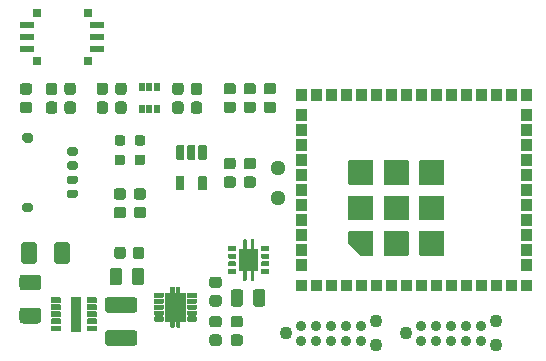
<source format=gts>
%TF.GenerationSoftware,KiCad,Pcbnew,(5.1.6-0-10_14)*%
%TF.CreationDate,2021-08-10T12:06:40-04:00*%
%TF.ProjectId,fanboard,66616e62-6f61-4726-942e-6b696361645f,rev?*%
%TF.SameCoordinates,Original*%
%TF.FileFunction,Soldermask,Top*%
%TF.FilePolarity,Negative*%
%FSLAX46Y46*%
G04 Gerber Fmt 4.6, Leading zero omitted, Abs format (unit mm)*
G04 Created by KiCad (PCBNEW (5.1.6-0-10_14)) date 2021-08-10 12:06:40*
%MOMM*%
%LPD*%
G01*
G04 APERTURE LIST*
%ADD10R,0.500000X0.750000*%
%ADD11C,0.887000*%
%ADD12C,1.091000*%
%ADD13C,0.100000*%
%ADD14R,0.800000X0.800000*%
%ADD15R,1.300000X0.600000*%
%ADD16C,1.293800*%
G04 APERTURE END LIST*
%TO.C,U1*%
G36*
G01*
X145840000Y-119821610D02*
X145840000Y-120653390D01*
G75*
G02*
X145768390Y-120725000I-71610J0D01*
G01*
X145581610Y-120725000D01*
G75*
G02*
X145510000Y-120653390I0J71610D01*
G01*
X145510000Y-119821610D01*
G75*
G02*
X145581610Y-119750000I71610J0D01*
G01*
X145768390Y-119750000D01*
G75*
G02*
X145840000Y-119821610I0J-71610D01*
G01*
G37*
G36*
G01*
X146490000Y-119821610D02*
X146490000Y-120653390D01*
G75*
G02*
X146418390Y-120725000I-71610J0D01*
G01*
X146231610Y-120725000D01*
G75*
G02*
X146160000Y-120653390I0J71610D01*
G01*
X146160000Y-119821610D01*
G75*
G02*
X146231610Y-119750000I71610J0D01*
G01*
X146418390Y-119750000D01*
G75*
G02*
X146490000Y-119821610I0J-71610D01*
G01*
G37*
G36*
G01*
X145840000Y-122346610D02*
X145840000Y-123178390D01*
G75*
G02*
X145768390Y-123250000I-71610J0D01*
G01*
X145581610Y-123250000D01*
G75*
G02*
X145510000Y-123178390I0J71610D01*
G01*
X145510000Y-122346610D01*
G75*
G02*
X145581610Y-122275000I71610J0D01*
G01*
X145768390Y-122275000D01*
G75*
G02*
X145840000Y-122346610I0J-71610D01*
G01*
G37*
G36*
G01*
X146490000Y-122346610D02*
X146490000Y-123178390D01*
G75*
G02*
X146418390Y-123250000I-71610J0D01*
G01*
X146231610Y-123250000D01*
G75*
G02*
X146160000Y-123178390I0J71610D01*
G01*
X146160000Y-122346610D01*
G75*
G02*
X146231610Y-122275000I71610J0D01*
G01*
X146418390Y-122275000D01*
G75*
G02*
X146490000Y-122346610I0J-71610D01*
G01*
G37*
G36*
G01*
X146800000Y-120627800D02*
X146800000Y-122372200D01*
G75*
G02*
X146747200Y-122425000I-52800J0D01*
G01*
X145252800Y-122425000D01*
G75*
G02*
X145200000Y-122372200I0J52800D01*
G01*
X145200000Y-120627800D01*
G75*
G02*
X145252800Y-120575000I52800J0D01*
G01*
X146747200Y-120575000D01*
G75*
G02*
X146800000Y-120627800I0J-52800D01*
G01*
G37*
G36*
G01*
X144316010Y-122270000D02*
X144883990Y-122270000D01*
G75*
G02*
X144950000Y-122336010I0J-66010D01*
G01*
X144950000Y-122613990D01*
G75*
G02*
X144883990Y-122680000I-66010J0D01*
G01*
X144316010Y-122680000D01*
G75*
G02*
X144250000Y-122613990I0J66010D01*
G01*
X144250000Y-122336010D01*
G75*
G02*
X144316010Y-122270000I66010J0D01*
G01*
G37*
G36*
G01*
X144316010Y-121620000D02*
X144883990Y-121620000D01*
G75*
G02*
X144950000Y-121686010I0J-66010D01*
G01*
X144950000Y-121963990D01*
G75*
G02*
X144883990Y-122030000I-66010J0D01*
G01*
X144316010Y-122030000D01*
G75*
G02*
X144250000Y-121963990I0J66010D01*
G01*
X144250000Y-121686010D01*
G75*
G02*
X144316010Y-121620000I66010J0D01*
G01*
G37*
G36*
G01*
X144316010Y-120970000D02*
X144883990Y-120970000D01*
G75*
G02*
X144950000Y-121036010I0J-66010D01*
G01*
X144950000Y-121313990D01*
G75*
G02*
X144883990Y-121380000I-66010J0D01*
G01*
X144316010Y-121380000D01*
G75*
G02*
X144250000Y-121313990I0J66010D01*
G01*
X144250000Y-121036010D01*
G75*
G02*
X144316010Y-120970000I66010J0D01*
G01*
G37*
G36*
G01*
X144316010Y-120320000D02*
X144883990Y-120320000D01*
G75*
G02*
X144950000Y-120386010I0J-66010D01*
G01*
X144950000Y-120663990D01*
G75*
G02*
X144883990Y-120730000I-66010J0D01*
G01*
X144316010Y-120730000D01*
G75*
G02*
X144250000Y-120663990I0J66010D01*
G01*
X144250000Y-120386010D01*
G75*
G02*
X144316010Y-120320000I66010J0D01*
G01*
G37*
G36*
G01*
X147116010Y-120320000D02*
X147683990Y-120320000D01*
G75*
G02*
X147750000Y-120386010I0J-66010D01*
G01*
X147750000Y-120663990D01*
G75*
G02*
X147683990Y-120730000I-66010J0D01*
G01*
X147116010Y-120730000D01*
G75*
G02*
X147050000Y-120663990I0J66010D01*
G01*
X147050000Y-120386010D01*
G75*
G02*
X147116010Y-120320000I66010J0D01*
G01*
G37*
G36*
G01*
X147116010Y-120970000D02*
X147683990Y-120970000D01*
G75*
G02*
X147750000Y-121036010I0J-66010D01*
G01*
X147750000Y-121313990D01*
G75*
G02*
X147683990Y-121380000I-66010J0D01*
G01*
X147116010Y-121380000D01*
G75*
G02*
X147050000Y-121313990I0J66010D01*
G01*
X147050000Y-121036010D01*
G75*
G02*
X147116010Y-120970000I66010J0D01*
G01*
G37*
G36*
G01*
X147116010Y-121620000D02*
X147683990Y-121620000D01*
G75*
G02*
X147750000Y-121686010I0J-66010D01*
G01*
X147750000Y-121963990D01*
G75*
G02*
X147683990Y-122030000I-66010J0D01*
G01*
X147116010Y-122030000D01*
G75*
G02*
X147050000Y-121963990I0J66010D01*
G01*
X147050000Y-121686010D01*
G75*
G02*
X147116010Y-121620000I66010J0D01*
G01*
G37*
G36*
G01*
X147116010Y-122270000D02*
X147683990Y-122270000D01*
G75*
G02*
X147750000Y-122336010I0J-66010D01*
G01*
X147750000Y-122613990D01*
G75*
G02*
X147683990Y-122680000I-66010J0D01*
G01*
X147116010Y-122680000D01*
G75*
G02*
X147050000Y-122613990I0J66010D01*
G01*
X147050000Y-122336010D01*
G75*
G02*
X147116010Y-122270000I66010J0D01*
G01*
G37*
%TD*%
%TO.C,D3*%
G36*
G01*
X134875000Y-112575000D02*
X135325000Y-112575000D01*
G75*
G02*
X135550000Y-112800000I0J-225000D01*
G01*
X135550000Y-113250000D01*
G75*
G02*
X135325000Y-113475000I-225000J0D01*
G01*
X134875000Y-113475000D01*
G75*
G02*
X134650000Y-113250000I0J225000D01*
G01*
X134650000Y-112800000D01*
G75*
G02*
X134875000Y-112575000I225000J0D01*
G01*
G37*
G36*
G01*
X134875000Y-110925000D02*
X135325000Y-110925000D01*
G75*
G02*
X135550000Y-111150000I0J-225000D01*
G01*
X135550000Y-111600000D01*
G75*
G02*
X135325000Y-111825000I-225000J0D01*
G01*
X134875000Y-111825000D01*
G75*
G02*
X134650000Y-111600000I0J225000D01*
G01*
X134650000Y-111150000D01*
G75*
G02*
X134875000Y-110925000I225000J0D01*
G01*
G37*
%TD*%
%TO.C,D2*%
G36*
G01*
X136575000Y-112575000D02*
X137025000Y-112575000D01*
G75*
G02*
X137250000Y-112800000I0J-225000D01*
G01*
X137250000Y-113250000D01*
G75*
G02*
X137025000Y-113475000I-225000J0D01*
G01*
X136575000Y-113475000D01*
G75*
G02*
X136350000Y-113250000I0J225000D01*
G01*
X136350000Y-112800000D01*
G75*
G02*
X136575000Y-112575000I225000J0D01*
G01*
G37*
G36*
G01*
X136575000Y-110925000D02*
X137025000Y-110925000D01*
G75*
G02*
X137250000Y-111150000I0J-225000D01*
G01*
X137250000Y-111600000D01*
G75*
G02*
X137025000Y-111825000I-225000J0D01*
G01*
X136575000Y-111825000D01*
G75*
G02*
X136350000Y-111600000I0J225000D01*
G01*
X136350000Y-111150000D01*
G75*
G02*
X136575000Y-110925000I225000J0D01*
G01*
G37*
%TD*%
%TO.C,J4*%
G36*
G01*
X127050000Y-116650000D02*
X127550000Y-116650000D01*
G75*
G02*
X127750000Y-116850000I0J-200000D01*
G01*
X127750000Y-117250000D01*
G75*
G02*
X127550000Y-117450000I-200000J0D01*
G01*
X127050000Y-117450000D01*
G75*
G02*
X126850000Y-117250000I0J200000D01*
G01*
X126850000Y-116850000D01*
G75*
G02*
X127050000Y-116650000I200000J0D01*
G01*
G37*
G36*
G01*
X127050000Y-110750000D02*
X127550000Y-110750000D01*
G75*
G02*
X127750000Y-110950000I0J-200000D01*
G01*
X127750000Y-111350000D01*
G75*
G02*
X127550000Y-111550000I-200000J0D01*
G01*
X127050000Y-111550000D01*
G75*
G02*
X126850000Y-111350000I0J200000D01*
G01*
X126850000Y-110950000D01*
G75*
G02*
X127050000Y-110750000I200000J0D01*
G01*
G37*
G36*
G01*
X130775000Y-115550000D02*
X131375000Y-115550000D01*
G75*
G02*
X131550000Y-115725000I0J-175000D01*
G01*
X131550000Y-116075000D01*
G75*
G02*
X131375000Y-116250000I-175000J0D01*
G01*
X130775000Y-116250000D01*
G75*
G02*
X130600000Y-116075000I0J175000D01*
G01*
X130600000Y-115725000D01*
G75*
G02*
X130775000Y-115550000I175000J0D01*
G01*
G37*
G36*
G01*
X130775000Y-114350000D02*
X131375000Y-114350000D01*
G75*
G02*
X131550000Y-114525000I0J-175000D01*
G01*
X131550000Y-114875000D01*
G75*
G02*
X131375000Y-115050000I-175000J0D01*
G01*
X130775000Y-115050000D01*
G75*
G02*
X130600000Y-114875000I0J175000D01*
G01*
X130600000Y-114525000D01*
G75*
G02*
X130775000Y-114350000I175000J0D01*
G01*
G37*
G36*
G01*
X130775000Y-113150000D02*
X131375000Y-113150000D01*
G75*
G02*
X131550000Y-113325000I0J-175000D01*
G01*
X131550000Y-113675000D01*
G75*
G02*
X131375000Y-113850000I-175000J0D01*
G01*
X130775000Y-113850000D01*
G75*
G02*
X130600000Y-113675000I0J175000D01*
G01*
X130600000Y-113325000D01*
G75*
G02*
X130775000Y-113150000I175000J0D01*
G01*
G37*
G36*
G01*
X130775000Y-111950000D02*
X131375000Y-111950000D01*
G75*
G02*
X131550000Y-112125000I0J-175000D01*
G01*
X131550000Y-112475000D01*
G75*
G02*
X131375000Y-112650000I-175000J0D01*
G01*
X130775000Y-112650000D01*
G75*
G02*
X130600000Y-112475000I0J175000D01*
G01*
X130600000Y-112125000D01*
G75*
G02*
X130775000Y-111950000I175000J0D01*
G01*
G37*
%TD*%
D10*
%TO.C,Q1*%
X136950000Y-106850000D03*
X138250000Y-106850000D03*
X137600000Y-108750000D03*
X137600000Y-106850000D03*
X138250000Y-108750000D03*
X136950000Y-108750000D03*
%TD*%
%TO.C,R16*%
G36*
G01*
X140500000Y-108318750D02*
X140500000Y-108881250D01*
G75*
G02*
X140256250Y-109125000I-243750J0D01*
G01*
X139768750Y-109125000D01*
G75*
G02*
X139525000Y-108881250I0J243750D01*
G01*
X139525000Y-108318750D01*
G75*
G02*
X139768750Y-108075000I243750J0D01*
G01*
X140256250Y-108075000D01*
G75*
G02*
X140500000Y-108318750I0J-243750D01*
G01*
G37*
G36*
G01*
X142075000Y-108318750D02*
X142075000Y-108881250D01*
G75*
G02*
X141831250Y-109125000I-243750J0D01*
G01*
X141343750Y-109125000D01*
G75*
G02*
X141100000Y-108881250I0J243750D01*
G01*
X141100000Y-108318750D01*
G75*
G02*
X141343750Y-108075000I243750J0D01*
G01*
X141831250Y-108075000D01*
G75*
G02*
X142075000Y-108318750I0J-243750D01*
G01*
G37*
%TD*%
%TO.C,R15*%
G36*
G01*
X140500000Y-106718750D02*
X140500000Y-107281250D01*
G75*
G02*
X140256250Y-107525000I-243750J0D01*
G01*
X139768750Y-107525000D01*
G75*
G02*
X139525000Y-107281250I0J243750D01*
G01*
X139525000Y-106718750D01*
G75*
G02*
X139768750Y-106475000I243750J0D01*
G01*
X140256250Y-106475000D01*
G75*
G02*
X140500000Y-106718750I0J-243750D01*
G01*
G37*
G36*
G01*
X142075000Y-106718750D02*
X142075000Y-107281250D01*
G75*
G02*
X141831250Y-107525000I-243750J0D01*
G01*
X141343750Y-107525000D01*
G75*
G02*
X141100000Y-107281250I0J243750D01*
G01*
X141100000Y-106718750D01*
G75*
G02*
X141343750Y-106475000I243750J0D01*
G01*
X141831250Y-106475000D01*
G75*
G02*
X142075000Y-106718750I0J-243750D01*
G01*
G37*
%TD*%
%TO.C,R14*%
G36*
G01*
X131375000Y-106718750D02*
X131375000Y-107281250D01*
G75*
G02*
X131131250Y-107525000I-243750J0D01*
G01*
X130643750Y-107525000D01*
G75*
G02*
X130400000Y-107281250I0J243750D01*
G01*
X130400000Y-106718750D01*
G75*
G02*
X130643750Y-106475000I243750J0D01*
G01*
X131131250Y-106475000D01*
G75*
G02*
X131375000Y-106718750I0J-243750D01*
G01*
G37*
G36*
G01*
X129800000Y-106718750D02*
X129800000Y-107281250D01*
G75*
G02*
X129556250Y-107525000I-243750J0D01*
G01*
X129068750Y-107525000D01*
G75*
G02*
X128825000Y-107281250I0J243750D01*
G01*
X128825000Y-106718750D01*
G75*
G02*
X129068750Y-106475000I243750J0D01*
G01*
X129556250Y-106475000D01*
G75*
G02*
X129800000Y-106718750I0J-243750D01*
G01*
G37*
%TD*%
%TO.C,R13*%
G36*
G01*
X131375000Y-108318750D02*
X131375000Y-108881250D01*
G75*
G02*
X131131250Y-109125000I-243750J0D01*
G01*
X130643750Y-109125000D01*
G75*
G02*
X130400000Y-108881250I0J243750D01*
G01*
X130400000Y-108318750D01*
G75*
G02*
X130643750Y-108075000I243750J0D01*
G01*
X131131250Y-108075000D01*
G75*
G02*
X131375000Y-108318750I0J-243750D01*
G01*
G37*
G36*
G01*
X129800000Y-108318750D02*
X129800000Y-108881250D01*
G75*
G02*
X129556250Y-109125000I-243750J0D01*
G01*
X129068750Y-109125000D01*
G75*
G02*
X128825000Y-108881250I0J243750D01*
G01*
X128825000Y-108318750D01*
G75*
G02*
X129068750Y-108075000I243750J0D01*
G01*
X129556250Y-108075000D01*
G75*
G02*
X129800000Y-108318750I0J-243750D01*
G01*
G37*
%TD*%
%TO.C,R12*%
G36*
G01*
X135675000Y-106718750D02*
X135675000Y-107281250D01*
G75*
G02*
X135431250Y-107525000I-243750J0D01*
G01*
X134943750Y-107525000D01*
G75*
G02*
X134700000Y-107281250I0J243750D01*
G01*
X134700000Y-106718750D01*
G75*
G02*
X134943750Y-106475000I243750J0D01*
G01*
X135431250Y-106475000D01*
G75*
G02*
X135675000Y-106718750I0J-243750D01*
G01*
G37*
G36*
G01*
X134100000Y-106718750D02*
X134100000Y-107281250D01*
G75*
G02*
X133856250Y-107525000I-243750J0D01*
G01*
X133368750Y-107525000D01*
G75*
G02*
X133125000Y-107281250I0J243750D01*
G01*
X133125000Y-106718750D01*
G75*
G02*
X133368750Y-106475000I243750J0D01*
G01*
X133856250Y-106475000D01*
G75*
G02*
X134100000Y-106718750I0J-243750D01*
G01*
G37*
%TD*%
%TO.C,R11*%
G36*
G01*
X135675000Y-108318750D02*
X135675000Y-108881250D01*
G75*
G02*
X135431250Y-109125000I-243750J0D01*
G01*
X134943750Y-109125000D01*
G75*
G02*
X134700000Y-108881250I0J243750D01*
G01*
X134700000Y-108318750D01*
G75*
G02*
X134943750Y-108075000I243750J0D01*
G01*
X135431250Y-108075000D01*
G75*
G02*
X135675000Y-108318750I0J-243750D01*
G01*
G37*
G36*
G01*
X134100000Y-108318750D02*
X134100000Y-108881250D01*
G75*
G02*
X133856250Y-109125000I-243750J0D01*
G01*
X133368750Y-109125000D01*
G75*
G02*
X133125000Y-108881250I0J243750D01*
G01*
X133125000Y-108318750D01*
G75*
G02*
X133368750Y-108075000I243750J0D01*
G01*
X133856250Y-108075000D01*
G75*
G02*
X134100000Y-108318750I0J-243750D01*
G01*
G37*
%TD*%
%TO.C,R10*%
G36*
G01*
X137081250Y-117975000D02*
X136518750Y-117975000D01*
G75*
G02*
X136275000Y-117731250I0J243750D01*
G01*
X136275000Y-117243750D01*
G75*
G02*
X136518750Y-117000000I243750J0D01*
G01*
X137081250Y-117000000D01*
G75*
G02*
X137325000Y-117243750I0J-243750D01*
G01*
X137325000Y-117731250D01*
G75*
G02*
X137081250Y-117975000I-243750J0D01*
G01*
G37*
G36*
G01*
X137081250Y-116400000D02*
X136518750Y-116400000D01*
G75*
G02*
X136275000Y-116156250I0J243750D01*
G01*
X136275000Y-115668750D01*
G75*
G02*
X136518750Y-115425000I243750J0D01*
G01*
X137081250Y-115425000D01*
G75*
G02*
X137325000Y-115668750I0J-243750D01*
G01*
X137325000Y-116156250D01*
G75*
G02*
X137081250Y-116400000I-243750J0D01*
G01*
G37*
%TD*%
%TO.C,R9*%
G36*
G01*
X135381250Y-117975000D02*
X134818750Y-117975000D01*
G75*
G02*
X134575000Y-117731250I0J243750D01*
G01*
X134575000Y-117243750D01*
G75*
G02*
X134818750Y-117000000I243750J0D01*
G01*
X135381250Y-117000000D01*
G75*
G02*
X135625000Y-117243750I0J-243750D01*
G01*
X135625000Y-117731250D01*
G75*
G02*
X135381250Y-117975000I-243750J0D01*
G01*
G37*
G36*
G01*
X135381250Y-116400000D02*
X134818750Y-116400000D01*
G75*
G02*
X134575000Y-116156250I0J243750D01*
G01*
X134575000Y-115668750D01*
G75*
G02*
X134818750Y-115425000I243750J0D01*
G01*
X135381250Y-115425000D01*
G75*
G02*
X135625000Y-115668750I0J-243750D01*
G01*
X135625000Y-116156250D01*
G75*
G02*
X135381250Y-116400000I-243750J0D01*
G01*
G37*
%TD*%
%TO.C,U3*%
G36*
G01*
X131775000Y-124649600D02*
X131775000Y-127550400D01*
G75*
G02*
X131725400Y-127600000I-49600J0D01*
G01*
X131024600Y-127600000D01*
G75*
G02*
X130975000Y-127550400I0J49600D01*
G01*
X130975000Y-124649600D01*
G75*
G02*
X131024600Y-124600000I49600J0D01*
G01*
X131725400Y-124600000D01*
G75*
G02*
X131775000Y-124649600I0J-49600D01*
G01*
G37*
G36*
G01*
X130100000Y-127112500D02*
X130100000Y-127487500D01*
G75*
G02*
X130037500Y-127550000I-62500J0D01*
G01*
X129312500Y-127550000D01*
G75*
G02*
X129250000Y-127487500I0J62500D01*
G01*
X129250000Y-127112500D01*
G75*
G02*
X129312500Y-127050000I62500J0D01*
G01*
X130037500Y-127050000D01*
G75*
G02*
X130100000Y-127112500I0J-62500D01*
G01*
G37*
G36*
G01*
X130100000Y-126512500D02*
X130100000Y-126887500D01*
G75*
G02*
X130037500Y-126950000I-62500J0D01*
G01*
X129312500Y-126950000D01*
G75*
G02*
X129250000Y-126887500I0J62500D01*
G01*
X129250000Y-126512500D01*
G75*
G02*
X129312500Y-126450000I62500J0D01*
G01*
X130037500Y-126450000D01*
G75*
G02*
X130100000Y-126512500I0J-62500D01*
G01*
G37*
G36*
G01*
X130100000Y-125912500D02*
X130100000Y-126287500D01*
G75*
G02*
X130037500Y-126350000I-62500J0D01*
G01*
X129312500Y-126350000D01*
G75*
G02*
X129250000Y-126287500I0J62500D01*
G01*
X129250000Y-125912500D01*
G75*
G02*
X129312500Y-125850000I62500J0D01*
G01*
X130037500Y-125850000D01*
G75*
G02*
X130100000Y-125912500I0J-62500D01*
G01*
G37*
G36*
G01*
X130100000Y-125312500D02*
X130100000Y-125687500D01*
G75*
G02*
X130037500Y-125750000I-62500J0D01*
G01*
X129312500Y-125750000D01*
G75*
G02*
X129250000Y-125687500I0J62500D01*
G01*
X129250000Y-125312500D01*
G75*
G02*
X129312500Y-125250000I62500J0D01*
G01*
X130037500Y-125250000D01*
G75*
G02*
X130100000Y-125312500I0J-62500D01*
G01*
G37*
G36*
G01*
X130100000Y-124712500D02*
X130100000Y-125087500D01*
G75*
G02*
X130037500Y-125150000I-62500J0D01*
G01*
X129312500Y-125150000D01*
G75*
G02*
X129250000Y-125087500I0J62500D01*
G01*
X129250000Y-124712500D01*
G75*
G02*
X129312500Y-124650000I62500J0D01*
G01*
X130037500Y-124650000D01*
G75*
G02*
X130100000Y-124712500I0J-62500D01*
G01*
G37*
G36*
G01*
X133150000Y-124712500D02*
X133150000Y-125087500D01*
G75*
G02*
X133087500Y-125150000I-62500J0D01*
G01*
X132362500Y-125150000D01*
G75*
G02*
X132300000Y-125087500I0J62500D01*
G01*
X132300000Y-124712500D01*
G75*
G02*
X132362500Y-124650000I62500J0D01*
G01*
X133087500Y-124650000D01*
G75*
G02*
X133150000Y-124712500I0J-62500D01*
G01*
G37*
G36*
G01*
X133150000Y-125312500D02*
X133150000Y-125687500D01*
G75*
G02*
X133087500Y-125750000I-62500J0D01*
G01*
X132362500Y-125750000D01*
G75*
G02*
X132300000Y-125687500I0J62500D01*
G01*
X132300000Y-125312500D01*
G75*
G02*
X132362500Y-125250000I62500J0D01*
G01*
X133087500Y-125250000D01*
G75*
G02*
X133150000Y-125312500I0J-62500D01*
G01*
G37*
G36*
G01*
X133150000Y-125912500D02*
X133150000Y-126287500D01*
G75*
G02*
X133087500Y-126350000I-62500J0D01*
G01*
X132362500Y-126350000D01*
G75*
G02*
X132300000Y-126287500I0J62500D01*
G01*
X132300000Y-125912500D01*
G75*
G02*
X132362500Y-125850000I62500J0D01*
G01*
X133087500Y-125850000D01*
G75*
G02*
X133150000Y-125912500I0J-62500D01*
G01*
G37*
G36*
G01*
X133150000Y-126512500D02*
X133150000Y-126887500D01*
G75*
G02*
X133087500Y-126950000I-62500J0D01*
G01*
X132362500Y-126950000D01*
G75*
G02*
X132300000Y-126887500I0J62500D01*
G01*
X132300000Y-126512500D01*
G75*
G02*
X132362500Y-126450000I62500J0D01*
G01*
X133087500Y-126450000D01*
G75*
G02*
X133150000Y-126512500I0J-62500D01*
G01*
G37*
G36*
G01*
X133150000Y-127112500D02*
X133150000Y-127487500D01*
G75*
G02*
X133087500Y-127550000I-62500J0D01*
G01*
X132362500Y-127550000D01*
G75*
G02*
X132300000Y-127487500I0J62500D01*
G01*
X132300000Y-127112500D01*
G75*
G02*
X132362500Y-127050000I62500J0D01*
G01*
X133087500Y-127050000D01*
G75*
G02*
X133150000Y-127112500I0J-62500D01*
G01*
G37*
%TD*%
D11*
%TO.C,J3*%
X160635000Y-128335000D03*
X161905000Y-128335000D03*
X163175000Y-128335000D03*
X164445000Y-128335000D03*
X165715000Y-128335000D03*
X165715000Y-127065000D03*
X164445000Y-127065000D03*
X163175000Y-127065000D03*
X161905000Y-127065000D03*
X160635000Y-127065000D03*
D12*
X159365000Y-127700000D03*
X166985000Y-126685000D03*
X166985000Y-128715000D03*
%TD*%
D11*
%TO.C,J2*%
X150476001Y-128335000D03*
X151746001Y-128335000D03*
X153016001Y-128335000D03*
X154286001Y-128335000D03*
X155556001Y-128335000D03*
X155556001Y-127065000D03*
X154286001Y-127065000D03*
X153016001Y-127065000D03*
X151746001Y-127065000D03*
X150476001Y-127065000D03*
D12*
X149206001Y-127700000D03*
X156826001Y-126685000D03*
X156826001Y-128715000D03*
%TD*%
%TO.C,C3*%
G36*
G01*
X134095000Y-127425000D02*
X136305000Y-127425000D01*
G75*
G02*
X136575000Y-127695000I0J-270000D01*
G01*
X136575000Y-128505000D01*
G75*
G02*
X136305000Y-128775000I-270000J0D01*
G01*
X134095000Y-128775000D01*
G75*
G02*
X133825000Y-128505000I0J270000D01*
G01*
X133825000Y-127695000D01*
G75*
G02*
X134095000Y-127425000I270000J0D01*
G01*
G37*
G36*
G01*
X134095000Y-124625000D02*
X136305000Y-124625000D01*
G75*
G02*
X136575000Y-124895000I0J-270000D01*
G01*
X136575000Y-125705000D01*
G75*
G02*
X136305000Y-125975000I-270000J0D01*
G01*
X134095000Y-125975000D01*
G75*
G02*
X133825000Y-125705000I0J270000D01*
G01*
X133825000Y-124895000D01*
G75*
G02*
X134095000Y-124625000I270000J0D01*
G01*
G37*
%TD*%
%TO.C,C2*%
G36*
G01*
X135300000Y-122418750D02*
X135300000Y-123381250D01*
G75*
G02*
X135031250Y-123650000I-268750J0D01*
G01*
X134493750Y-123650000D01*
G75*
G02*
X134225000Y-123381250I0J268750D01*
G01*
X134225000Y-122418750D01*
G75*
G02*
X134493750Y-122150000I268750J0D01*
G01*
X135031250Y-122150000D01*
G75*
G02*
X135300000Y-122418750I0J-268750D01*
G01*
G37*
G36*
G01*
X137175000Y-122418750D02*
X137175000Y-123381250D01*
G75*
G02*
X136906250Y-123650000I-268750J0D01*
G01*
X136368750Y-123650000D01*
G75*
G02*
X136100000Y-123381250I0J268750D01*
G01*
X136100000Y-122418750D01*
G75*
G02*
X136368750Y-122150000I268750J0D01*
G01*
X136906250Y-122150000D01*
G75*
G02*
X137175000Y-122418750I0J-268750D01*
G01*
G37*
%TD*%
%TO.C,R5*%
G36*
G01*
X135600000Y-120618750D02*
X135600000Y-121181250D01*
G75*
G02*
X135356250Y-121425000I-243750J0D01*
G01*
X134868750Y-121425000D01*
G75*
G02*
X134625000Y-121181250I0J243750D01*
G01*
X134625000Y-120618750D01*
G75*
G02*
X134868750Y-120375000I243750J0D01*
G01*
X135356250Y-120375000D01*
G75*
G02*
X135600000Y-120618750I0J-243750D01*
G01*
G37*
G36*
G01*
X137175000Y-120618750D02*
X137175000Y-121181250D01*
G75*
G02*
X136931250Y-121425000I-243750J0D01*
G01*
X136443750Y-121425000D01*
G75*
G02*
X136200000Y-121181250I0J243750D01*
G01*
X136200000Y-120618750D01*
G75*
G02*
X136443750Y-120375000I243750J0D01*
G01*
X136931250Y-120375000D01*
G75*
G02*
X137175000Y-120618750I0J-243750D01*
G01*
G37*
%TD*%
%TO.C,C1*%
G36*
G01*
X145550000Y-124218750D02*
X145550000Y-125181250D01*
G75*
G02*
X145281250Y-125450000I-268750J0D01*
G01*
X144743750Y-125450000D01*
G75*
G02*
X144475000Y-125181250I0J268750D01*
G01*
X144475000Y-124218750D01*
G75*
G02*
X144743750Y-123950000I268750J0D01*
G01*
X145281250Y-123950000D01*
G75*
G02*
X145550000Y-124218750I0J-268750D01*
G01*
G37*
G36*
G01*
X147425000Y-124218750D02*
X147425000Y-125181250D01*
G75*
G02*
X147156250Y-125450000I-268750J0D01*
G01*
X146618750Y-125450000D01*
G75*
G02*
X146350000Y-125181250I0J268750D01*
G01*
X146350000Y-124218750D01*
G75*
G02*
X146618750Y-123950000I268750J0D01*
G01*
X147156250Y-123950000D01*
G75*
G02*
X147425000Y-124218750I0J-268750D01*
G01*
G37*
%TD*%
%TO.C,U2*%
G36*
G01*
X140225000Y-123820000D02*
X140225000Y-124330000D01*
G75*
G02*
X140155000Y-124400000I-70000J0D01*
G01*
X139945000Y-124400000D01*
G75*
G02*
X139875000Y-124330000I0J70000D01*
G01*
X139875000Y-123820000D01*
G75*
G02*
X139945000Y-123750000I70000J0D01*
G01*
X140155000Y-123750000D01*
G75*
G02*
X140225000Y-123820000I0J-70000D01*
G01*
G37*
G36*
G01*
X139725000Y-123820000D02*
X139725000Y-124330000D01*
G75*
G02*
X139655000Y-124400000I-70000J0D01*
G01*
X139445000Y-124400000D01*
G75*
G02*
X139375000Y-124330000I0J70000D01*
G01*
X139375000Y-123820000D01*
G75*
G02*
X139445000Y-123750000I70000J0D01*
G01*
X139655000Y-123750000D01*
G75*
G02*
X139725000Y-123820000I0J-70000D01*
G01*
G37*
G36*
G01*
X139725000Y-126670000D02*
X139725000Y-127180000D01*
G75*
G02*
X139655000Y-127250000I-70000J0D01*
G01*
X139445000Y-127250000D01*
G75*
G02*
X139375000Y-127180000I0J70000D01*
G01*
X139375000Y-126670000D01*
G75*
G02*
X139445000Y-126600000I70000J0D01*
G01*
X139655000Y-126600000D01*
G75*
G02*
X139725000Y-126670000I0J-70000D01*
G01*
G37*
G36*
G01*
X140225000Y-126670000D02*
X140225000Y-127180000D01*
G75*
G02*
X140155000Y-127250000I-70000J0D01*
G01*
X139945000Y-127250000D01*
G75*
G02*
X139875000Y-127180000I0J70000D01*
G01*
X139875000Y-126670000D01*
G75*
G02*
X139945000Y-126600000I70000J0D01*
G01*
X140155000Y-126600000D01*
G75*
G02*
X140225000Y-126670000I0J-70000D01*
G01*
G37*
G36*
G01*
X140675000Y-124302500D02*
X140675000Y-126697500D01*
G75*
G02*
X140622500Y-126750000I-52500J0D01*
G01*
X138977500Y-126750000D01*
G75*
G02*
X138925000Y-126697500I0J52500D01*
G01*
X138925000Y-124302500D01*
G75*
G02*
X138977500Y-124250000I52500J0D01*
G01*
X140622500Y-124250000D01*
G75*
G02*
X140675000Y-124302500I0J-52500D01*
G01*
G37*
G36*
G01*
X138800000Y-126339349D02*
X138800000Y-126660651D01*
G75*
G02*
X138735651Y-126725000I-64349J0D01*
G01*
X138064349Y-126725000D01*
G75*
G02*
X138000000Y-126660651I0J64349D01*
G01*
X138000000Y-126339349D01*
G75*
G02*
X138064349Y-126275000I64349J0D01*
G01*
X138735651Y-126275000D01*
G75*
G02*
X138800000Y-126339349I0J-64349D01*
G01*
G37*
G36*
G01*
X138800000Y-125839349D02*
X138800000Y-126160651D01*
G75*
G02*
X138735651Y-126225000I-64349J0D01*
G01*
X138064349Y-126225000D01*
G75*
G02*
X138000000Y-126160651I0J64349D01*
G01*
X138000000Y-125839349D01*
G75*
G02*
X138064349Y-125775000I64349J0D01*
G01*
X138735651Y-125775000D01*
G75*
G02*
X138800000Y-125839349I0J-64349D01*
G01*
G37*
G36*
G01*
X138800000Y-125339349D02*
X138800000Y-125660651D01*
G75*
G02*
X138735651Y-125725000I-64349J0D01*
G01*
X138064349Y-125725000D01*
G75*
G02*
X138000000Y-125660651I0J64349D01*
G01*
X138000000Y-125339349D01*
G75*
G02*
X138064349Y-125275000I64349J0D01*
G01*
X138735651Y-125275000D01*
G75*
G02*
X138800000Y-125339349I0J-64349D01*
G01*
G37*
G36*
G01*
X138800000Y-124839349D02*
X138800000Y-125160651D01*
G75*
G02*
X138735651Y-125225000I-64349J0D01*
G01*
X138064349Y-125225000D01*
G75*
G02*
X138000000Y-125160651I0J64349D01*
G01*
X138000000Y-124839349D01*
G75*
G02*
X138064349Y-124775000I64349J0D01*
G01*
X138735651Y-124775000D01*
G75*
G02*
X138800000Y-124839349I0J-64349D01*
G01*
G37*
G36*
G01*
X138800000Y-124339349D02*
X138800000Y-124660651D01*
G75*
G02*
X138735651Y-124725000I-64349J0D01*
G01*
X138064349Y-124725000D01*
G75*
G02*
X138000000Y-124660651I0J64349D01*
G01*
X138000000Y-124339349D01*
G75*
G02*
X138064349Y-124275000I64349J0D01*
G01*
X138735651Y-124275000D01*
G75*
G02*
X138800000Y-124339349I0J-64349D01*
G01*
G37*
G36*
G01*
X141600000Y-124339349D02*
X141600000Y-124660651D01*
G75*
G02*
X141535651Y-124725000I-64349J0D01*
G01*
X140864349Y-124725000D01*
G75*
G02*
X140800000Y-124660651I0J64349D01*
G01*
X140800000Y-124339349D01*
G75*
G02*
X140864349Y-124275000I64349J0D01*
G01*
X141535651Y-124275000D01*
G75*
G02*
X141600000Y-124339349I0J-64349D01*
G01*
G37*
G36*
G01*
X141600000Y-124839349D02*
X141600000Y-125160651D01*
G75*
G02*
X141535651Y-125225000I-64349J0D01*
G01*
X140864349Y-125225000D01*
G75*
G02*
X140800000Y-125160651I0J64349D01*
G01*
X140800000Y-124839349D01*
G75*
G02*
X140864349Y-124775000I64349J0D01*
G01*
X141535651Y-124775000D01*
G75*
G02*
X141600000Y-124839349I0J-64349D01*
G01*
G37*
G36*
G01*
X141600000Y-125339349D02*
X141600000Y-125660651D01*
G75*
G02*
X141535651Y-125725000I-64349J0D01*
G01*
X140864349Y-125725000D01*
G75*
G02*
X140800000Y-125660651I0J64349D01*
G01*
X140800000Y-125339349D01*
G75*
G02*
X140864349Y-125275000I64349J0D01*
G01*
X141535651Y-125275000D01*
G75*
G02*
X141600000Y-125339349I0J-64349D01*
G01*
G37*
G36*
G01*
X141600000Y-125839349D02*
X141600000Y-126160651D01*
G75*
G02*
X141535651Y-126225000I-64349J0D01*
G01*
X140864349Y-126225000D01*
G75*
G02*
X140800000Y-126160651I0J64349D01*
G01*
X140800000Y-125839349D01*
G75*
G02*
X140864349Y-125775000I64349J0D01*
G01*
X141535651Y-125775000D01*
G75*
G02*
X141600000Y-125839349I0J-64349D01*
G01*
G37*
G36*
G01*
X141600000Y-126339349D02*
X141600000Y-126660651D01*
G75*
G02*
X141535651Y-126725000I-64349J0D01*
G01*
X140864349Y-126725000D01*
G75*
G02*
X140800000Y-126660651I0J64349D01*
G01*
X140800000Y-126339349D01*
G75*
G02*
X140864349Y-126275000I64349J0D01*
G01*
X141535651Y-126275000D01*
G75*
G02*
X141600000Y-126339349I0J-64349D01*
G01*
G37*
%TD*%
%TO.C,R2*%
G36*
G01*
X145281250Y-127200000D02*
X144718750Y-127200000D01*
G75*
G02*
X144475000Y-126956250I0J243750D01*
G01*
X144475000Y-126468750D01*
G75*
G02*
X144718750Y-126225000I243750J0D01*
G01*
X145281250Y-126225000D01*
G75*
G02*
X145525000Y-126468750I0J-243750D01*
G01*
X145525000Y-126956250D01*
G75*
G02*
X145281250Y-127200000I-243750J0D01*
G01*
G37*
G36*
G01*
X145281250Y-128775000D02*
X144718750Y-128775000D01*
G75*
G02*
X144475000Y-128531250I0J243750D01*
G01*
X144475000Y-128043750D01*
G75*
G02*
X144718750Y-127800000I243750J0D01*
G01*
X145281250Y-127800000D01*
G75*
G02*
X145525000Y-128043750I0J-243750D01*
G01*
X145525000Y-128531250D01*
G75*
G02*
X145281250Y-128775000I-243750J0D01*
G01*
G37*
%TD*%
%TO.C,R1*%
G36*
G01*
X143481250Y-127200000D02*
X142918750Y-127200000D01*
G75*
G02*
X142675000Y-126956250I0J243750D01*
G01*
X142675000Y-126468750D01*
G75*
G02*
X142918750Y-126225000I243750J0D01*
G01*
X143481250Y-126225000D01*
G75*
G02*
X143725000Y-126468750I0J-243750D01*
G01*
X143725000Y-126956250D01*
G75*
G02*
X143481250Y-127200000I-243750J0D01*
G01*
G37*
G36*
G01*
X143481250Y-128775000D02*
X142918750Y-128775000D01*
G75*
G02*
X142675000Y-128531250I0J243750D01*
G01*
X142675000Y-128043750D01*
G75*
G02*
X142918750Y-127800000I243750J0D01*
G01*
X143481250Y-127800000D01*
G75*
G02*
X143725000Y-128043750I0J-243750D01*
G01*
X143725000Y-128531250D01*
G75*
G02*
X143481250Y-128775000I-243750J0D01*
G01*
G37*
%TD*%
%TO.C,R3*%
G36*
G01*
X143481250Y-123875000D02*
X142918750Y-123875000D01*
G75*
G02*
X142675000Y-123631250I0J243750D01*
G01*
X142675000Y-123143750D01*
G75*
G02*
X142918750Y-122900000I243750J0D01*
G01*
X143481250Y-122900000D01*
G75*
G02*
X143725000Y-123143750I0J-243750D01*
G01*
X143725000Y-123631250D01*
G75*
G02*
X143481250Y-123875000I-243750J0D01*
G01*
G37*
G36*
G01*
X143481250Y-125450000D02*
X142918750Y-125450000D01*
G75*
G02*
X142675000Y-125206250I0J243750D01*
G01*
X142675000Y-124718750D01*
G75*
G02*
X142918750Y-124475000I243750J0D01*
G01*
X143481250Y-124475000D01*
G75*
G02*
X143725000Y-124718750I0J-243750D01*
G01*
X143725000Y-125206250D01*
G75*
G02*
X143481250Y-125450000I-243750J0D01*
G01*
G37*
%TD*%
%TO.C,D1*%
G36*
G01*
X141808100Y-114400000D02*
X142391900Y-114400000D01*
G75*
G02*
X142450000Y-114458100I0J-58100D01*
G01*
X142450000Y-115541900D01*
G75*
G02*
X142391900Y-115600000I-58100J0D01*
G01*
X141808100Y-115600000D01*
G75*
G02*
X141750000Y-115541900I0J58100D01*
G01*
X141750000Y-114458100D01*
G75*
G02*
X141808100Y-114400000I58100J0D01*
G01*
G37*
G36*
G01*
X139908100Y-114400000D02*
X140491900Y-114400000D01*
G75*
G02*
X140550000Y-114458100I0J-58100D01*
G01*
X140550000Y-115541900D01*
G75*
G02*
X140491900Y-115600000I-58100J0D01*
G01*
X139908100Y-115600000D01*
G75*
G02*
X139850000Y-115541900I0J58100D01*
G01*
X139850000Y-114458100D01*
G75*
G02*
X139908100Y-114400000I58100J0D01*
G01*
G37*
G36*
G01*
X139908100Y-111800000D02*
X140491900Y-111800000D01*
G75*
G02*
X140550000Y-111858100I0J-58100D01*
G01*
X140550000Y-112941900D01*
G75*
G02*
X140491900Y-113000000I-58100J0D01*
G01*
X139908100Y-113000000D01*
G75*
G02*
X139850000Y-112941900I0J58100D01*
G01*
X139850000Y-111858100D01*
G75*
G02*
X139908100Y-111800000I58100J0D01*
G01*
G37*
G36*
G01*
X140858100Y-111800000D02*
X141441900Y-111800000D01*
G75*
G02*
X141500000Y-111858100I0J-58100D01*
G01*
X141500000Y-112941900D01*
G75*
G02*
X141441900Y-113000000I-58100J0D01*
G01*
X140858100Y-113000000D01*
G75*
G02*
X140800000Y-112941900I0J58100D01*
G01*
X140800000Y-111858100D01*
G75*
G02*
X140858100Y-111800000I58100J0D01*
G01*
G37*
G36*
G01*
X141808100Y-111800000D02*
X142391900Y-111800000D01*
G75*
G02*
X142450000Y-111858100I0J-58100D01*
G01*
X142450000Y-112941900D01*
G75*
G02*
X142391900Y-113000000I-58100J0D01*
G01*
X141808100Y-113000000D01*
G75*
G02*
X141750000Y-112941900I0J58100D01*
G01*
X141750000Y-111858100D01*
G75*
G02*
X141808100Y-111800000I58100J0D01*
G01*
G37*
%TD*%
%TO.C,C5*%
G36*
G01*
X129525000Y-121555000D02*
X129525000Y-120245000D01*
G75*
G02*
X129795000Y-119975000I270000J0D01*
G01*
X130605000Y-119975000D01*
G75*
G02*
X130875000Y-120245000I0J-270000D01*
G01*
X130875000Y-121555000D01*
G75*
G02*
X130605000Y-121825000I-270000J0D01*
G01*
X129795000Y-121825000D01*
G75*
G02*
X129525000Y-121555000I0J270000D01*
G01*
G37*
G36*
G01*
X126725000Y-121555000D02*
X126725000Y-120245000D01*
G75*
G02*
X126995000Y-119975000I270000J0D01*
G01*
X127805000Y-119975000D01*
G75*
G02*
X128075000Y-120245000I0J-270000D01*
G01*
X128075000Y-121555000D01*
G75*
G02*
X127805000Y-121825000I-270000J0D01*
G01*
X126995000Y-121825000D01*
G75*
G02*
X126725000Y-121555000I0J270000D01*
G01*
G37*
%TD*%
%TO.C,C4*%
G36*
G01*
X126867000Y-125525000D02*
X128177000Y-125525000D01*
G75*
G02*
X128447000Y-125795000I0J-270000D01*
G01*
X128447000Y-126605000D01*
G75*
G02*
X128177000Y-126875000I-270000J0D01*
G01*
X126867000Y-126875000D01*
G75*
G02*
X126597000Y-126605000I0J270000D01*
G01*
X126597000Y-125795000D01*
G75*
G02*
X126867000Y-125525000I270000J0D01*
G01*
G37*
G36*
G01*
X126867000Y-122725000D02*
X128177000Y-122725000D01*
G75*
G02*
X128447000Y-122995000I0J-270000D01*
G01*
X128447000Y-123805000D01*
G75*
G02*
X128177000Y-124075000I-270000J0D01*
G01*
X126867000Y-124075000D01*
G75*
G02*
X126597000Y-123805000I0J270000D01*
G01*
X126597000Y-122995000D01*
G75*
G02*
X126867000Y-122725000I270000J0D01*
G01*
G37*
%TD*%
%TO.C,R8*%
G36*
G01*
X127431250Y-107500000D02*
X126868750Y-107500000D01*
G75*
G02*
X126625000Y-107256250I0J243750D01*
G01*
X126625000Y-106768750D01*
G75*
G02*
X126868750Y-106525000I243750J0D01*
G01*
X127431250Y-106525000D01*
G75*
G02*
X127675000Y-106768750I0J-243750D01*
G01*
X127675000Y-107256250D01*
G75*
G02*
X127431250Y-107500000I-243750J0D01*
G01*
G37*
G36*
G01*
X127431250Y-109075000D02*
X126868750Y-109075000D01*
G75*
G02*
X126625000Y-108831250I0J243750D01*
G01*
X126625000Y-108343750D01*
G75*
G02*
X126868750Y-108100000I243750J0D01*
G01*
X127431250Y-108100000D01*
G75*
G02*
X127675000Y-108343750I0J-243750D01*
G01*
X127675000Y-108831250D01*
G75*
G02*
X127431250Y-109075000I-243750J0D01*
G01*
G37*
%TD*%
%TO.C,R7*%
G36*
G01*
X144681250Y-113820000D02*
X144118750Y-113820000D01*
G75*
G02*
X143875000Y-113576250I0J243750D01*
G01*
X143875000Y-113088750D01*
G75*
G02*
X144118750Y-112845000I243750J0D01*
G01*
X144681250Y-112845000D01*
G75*
G02*
X144925000Y-113088750I0J-243750D01*
G01*
X144925000Y-113576250D01*
G75*
G02*
X144681250Y-113820000I-243750J0D01*
G01*
G37*
G36*
G01*
X144681250Y-115395000D02*
X144118750Y-115395000D01*
G75*
G02*
X143875000Y-115151250I0J243750D01*
G01*
X143875000Y-114663750D01*
G75*
G02*
X144118750Y-114420000I243750J0D01*
G01*
X144681250Y-114420000D01*
G75*
G02*
X144925000Y-114663750I0J-243750D01*
G01*
X144925000Y-115151250D01*
G75*
G02*
X144681250Y-115395000I-243750J0D01*
G01*
G37*
%TD*%
%TO.C,C8*%
G36*
G01*
X148081250Y-109055000D02*
X147518750Y-109055000D01*
G75*
G02*
X147275000Y-108811250I0J243750D01*
G01*
X147275000Y-108323750D01*
G75*
G02*
X147518750Y-108080000I243750J0D01*
G01*
X148081250Y-108080000D01*
G75*
G02*
X148325000Y-108323750I0J-243750D01*
G01*
X148325000Y-108811250D01*
G75*
G02*
X148081250Y-109055000I-243750J0D01*
G01*
G37*
G36*
G01*
X148081250Y-107480000D02*
X147518750Y-107480000D01*
G75*
G02*
X147275000Y-107236250I0J243750D01*
G01*
X147275000Y-106748750D01*
G75*
G02*
X147518750Y-106505000I243750J0D01*
G01*
X148081250Y-106505000D01*
G75*
G02*
X148325000Y-106748750I0J-243750D01*
G01*
X148325000Y-107236250D01*
G75*
G02*
X148081250Y-107480000I-243750J0D01*
G01*
G37*
%TD*%
%TO.C,C7*%
G36*
G01*
X146381250Y-109055000D02*
X145818750Y-109055000D01*
G75*
G02*
X145575000Y-108811250I0J243750D01*
G01*
X145575000Y-108323750D01*
G75*
G02*
X145818750Y-108080000I243750J0D01*
G01*
X146381250Y-108080000D01*
G75*
G02*
X146625000Y-108323750I0J-243750D01*
G01*
X146625000Y-108811250D01*
G75*
G02*
X146381250Y-109055000I-243750J0D01*
G01*
G37*
G36*
G01*
X146381250Y-107480000D02*
X145818750Y-107480000D01*
G75*
G02*
X145575000Y-107236250I0J243750D01*
G01*
X145575000Y-106748750D01*
G75*
G02*
X145818750Y-106505000I243750J0D01*
G01*
X146381250Y-106505000D01*
G75*
G02*
X146625000Y-106748750I0J-243750D01*
G01*
X146625000Y-107236250D01*
G75*
G02*
X146381250Y-107480000I-243750J0D01*
G01*
G37*
%TD*%
%TO.C,C6*%
G36*
G01*
X144681250Y-109055000D02*
X144118750Y-109055000D01*
G75*
G02*
X143875000Y-108811250I0J243750D01*
G01*
X143875000Y-108323750D01*
G75*
G02*
X144118750Y-108080000I243750J0D01*
G01*
X144681250Y-108080000D01*
G75*
G02*
X144925000Y-108323750I0J-243750D01*
G01*
X144925000Y-108811250D01*
G75*
G02*
X144681250Y-109055000I-243750J0D01*
G01*
G37*
G36*
G01*
X144681250Y-107480000D02*
X144118750Y-107480000D01*
G75*
G02*
X143875000Y-107236250I0J243750D01*
G01*
X143875000Y-106748750D01*
G75*
G02*
X144118750Y-106505000I243750J0D01*
G01*
X144681250Y-106505000D01*
G75*
G02*
X144925000Y-106748750I0J-243750D01*
G01*
X144925000Y-107236250D01*
G75*
G02*
X144681250Y-107480000I-243750J0D01*
G01*
G37*
%TD*%
D13*
%TO.C,U4*%
G36*
X154450241Y-119144098D02*
G01*
X154451202Y-119134343D01*
X154453114Y-119124731D01*
X154455959Y-119115352D01*
X154459710Y-119106296D01*
X154464331Y-119097651D01*
X154469778Y-119089500D01*
X154475996Y-119081924D01*
X154482924Y-119074996D01*
X154490500Y-119068778D01*
X154498651Y-119063331D01*
X154507296Y-119058710D01*
X154516352Y-119054959D01*
X154525731Y-119052114D01*
X154535343Y-119050202D01*
X154545098Y-119049241D01*
X154550000Y-119049000D01*
X156450000Y-119049000D01*
X156454902Y-119049241D01*
X156464657Y-119050202D01*
X156474269Y-119052114D01*
X156483648Y-119054959D01*
X156492704Y-119058710D01*
X156501349Y-119063331D01*
X156509500Y-119068778D01*
X156517076Y-119074996D01*
X156524004Y-119081924D01*
X156530222Y-119089500D01*
X156535669Y-119097651D01*
X156540290Y-119106296D01*
X156544041Y-119115352D01*
X156546886Y-119124731D01*
X156548798Y-119134343D01*
X156549759Y-119144098D01*
X156550000Y-119149000D01*
X156550000Y-121049000D01*
X156549759Y-121053902D01*
X156548798Y-121063657D01*
X156546886Y-121073269D01*
X156544041Y-121082648D01*
X156540290Y-121091704D01*
X156535669Y-121100349D01*
X156530222Y-121108500D01*
X156524004Y-121116076D01*
X156517076Y-121123004D01*
X156509500Y-121129222D01*
X156501349Y-121134669D01*
X156492704Y-121139290D01*
X156483648Y-121143041D01*
X156474269Y-121145886D01*
X156464657Y-121147798D01*
X156454902Y-121148759D01*
X156450000Y-121149000D01*
X155500000Y-121149000D01*
X155495098Y-121148759D01*
X155485343Y-121147798D01*
X155475731Y-121145886D01*
X155466352Y-121143041D01*
X155457296Y-121139290D01*
X155448651Y-121134669D01*
X155440500Y-121129222D01*
X155432924Y-121123004D01*
X155429290Y-121119710D01*
X154479290Y-120169710D01*
X154475996Y-120166076D01*
X154469778Y-120158500D01*
X154464331Y-120150349D01*
X154459710Y-120141704D01*
X154455959Y-120132648D01*
X154453114Y-120123269D01*
X154451202Y-120113657D01*
X154450241Y-120103902D01*
X154450000Y-120099000D01*
X154450000Y-119149000D01*
X154450241Y-119144098D01*
G37*
G36*
G01*
X162497500Y-115149000D02*
X160502500Y-115149000D01*
G75*
G02*
X160450000Y-115096500I0J52500D01*
G01*
X160450000Y-113101500D01*
G75*
G02*
X160502500Y-113049000I52500J0D01*
G01*
X162497500Y-113049000D01*
G75*
G02*
X162550000Y-113101500I0J-52500D01*
G01*
X162550000Y-115096500D01*
G75*
G02*
X162497500Y-115149000I-52500J0D01*
G01*
G37*
G36*
G01*
X159497500Y-115149000D02*
X157502500Y-115149000D01*
G75*
G02*
X157450000Y-115096500I0J52500D01*
G01*
X157450000Y-113101500D01*
G75*
G02*
X157502500Y-113049000I52500J0D01*
G01*
X159497500Y-113049000D01*
G75*
G02*
X159550000Y-113101500I0J-52500D01*
G01*
X159550000Y-115096500D01*
G75*
G02*
X159497500Y-115149000I-52500J0D01*
G01*
G37*
G36*
G01*
X156497500Y-115149000D02*
X154502500Y-115149000D01*
G75*
G02*
X154450000Y-115096500I0J52500D01*
G01*
X154450000Y-113101500D01*
G75*
G02*
X154502500Y-113049000I52500J0D01*
G01*
X156497500Y-113049000D01*
G75*
G02*
X156550000Y-113101500I0J-52500D01*
G01*
X156550000Y-115096500D01*
G75*
G02*
X156497500Y-115149000I-52500J0D01*
G01*
G37*
G36*
G01*
X162497500Y-118149000D02*
X160502500Y-118149000D01*
G75*
G02*
X160450000Y-118096500I0J52500D01*
G01*
X160450000Y-116101500D01*
G75*
G02*
X160502500Y-116049000I52500J0D01*
G01*
X162497500Y-116049000D01*
G75*
G02*
X162550000Y-116101500I0J-52500D01*
G01*
X162550000Y-118096500D01*
G75*
G02*
X162497500Y-118149000I-52500J0D01*
G01*
G37*
G36*
G01*
X159497500Y-118149000D02*
X157502500Y-118149000D01*
G75*
G02*
X157450000Y-118096500I0J52500D01*
G01*
X157450000Y-116101500D01*
G75*
G02*
X157502500Y-116049000I52500J0D01*
G01*
X159497500Y-116049000D01*
G75*
G02*
X159550000Y-116101500I0J-52500D01*
G01*
X159550000Y-118096500D01*
G75*
G02*
X159497500Y-118149000I-52500J0D01*
G01*
G37*
G36*
G01*
X156497500Y-118149000D02*
X154502500Y-118149000D01*
G75*
G02*
X154450000Y-118096500I0J52500D01*
G01*
X154450000Y-116101500D01*
G75*
G02*
X154502500Y-116049000I52500J0D01*
G01*
X156497500Y-116049000D01*
G75*
G02*
X156550000Y-116101500I0J-52500D01*
G01*
X156550000Y-118096500D01*
G75*
G02*
X156497500Y-118149000I-52500J0D01*
G01*
G37*
G36*
G01*
X162497500Y-121149000D02*
X160502500Y-121149000D01*
G75*
G02*
X160450000Y-121096500I0J52500D01*
G01*
X160450000Y-119101500D01*
G75*
G02*
X160502500Y-119049000I52500J0D01*
G01*
X162497500Y-119049000D01*
G75*
G02*
X162550000Y-119101500I0J-52500D01*
G01*
X162550000Y-121096500D01*
G75*
G02*
X162497500Y-121149000I-52500J0D01*
G01*
G37*
G36*
G01*
X159497500Y-121149000D02*
X157502500Y-121149000D01*
G75*
G02*
X157450000Y-121096500I0J52500D01*
G01*
X157450000Y-119101500D01*
G75*
G02*
X157502500Y-119049000I52500J0D01*
G01*
X159497500Y-119049000D01*
G75*
G02*
X159550000Y-119101500I0J-52500D01*
G01*
X159550000Y-121096500D01*
G75*
G02*
X159497500Y-121149000I-52500J0D01*
G01*
G37*
G36*
G01*
X150976000Y-121504999D02*
X150976000Y-122393001D01*
G75*
G02*
X150920001Y-122449000I-55999J0D01*
G01*
X150031999Y-122449000D01*
G75*
G02*
X149976000Y-122393001I0J55999D01*
G01*
X149976000Y-121504999D01*
G75*
G02*
X150031999Y-121449000I55999J0D01*
G01*
X150920001Y-121449000D01*
G75*
G02*
X150976000Y-121504999I0J-55999D01*
G01*
G37*
G36*
G01*
X150976000Y-120234999D02*
X150976000Y-121123001D01*
G75*
G02*
X150920001Y-121179000I-55999J0D01*
G01*
X150031999Y-121179000D01*
G75*
G02*
X149976000Y-121123001I0J55999D01*
G01*
X149976000Y-120234999D01*
G75*
G02*
X150031999Y-120179000I55999J0D01*
G01*
X150920001Y-120179000D01*
G75*
G02*
X150976000Y-120234999I0J-55999D01*
G01*
G37*
G36*
G01*
X150976000Y-118964999D02*
X150976000Y-119853001D01*
G75*
G02*
X150920001Y-119909000I-55999J0D01*
G01*
X150031999Y-119909000D01*
G75*
G02*
X149976000Y-119853001I0J55999D01*
G01*
X149976000Y-118964999D01*
G75*
G02*
X150031999Y-118909000I55999J0D01*
G01*
X150920001Y-118909000D01*
G75*
G02*
X150976000Y-118964999I0J-55999D01*
G01*
G37*
G36*
G01*
X150976000Y-117694999D02*
X150976000Y-118583001D01*
G75*
G02*
X150920001Y-118639000I-55999J0D01*
G01*
X150031999Y-118639000D01*
G75*
G02*
X149976000Y-118583001I0J55999D01*
G01*
X149976000Y-117694999D01*
G75*
G02*
X150031999Y-117639000I55999J0D01*
G01*
X150920001Y-117639000D01*
G75*
G02*
X150976000Y-117694999I0J-55999D01*
G01*
G37*
G36*
G01*
X150976000Y-116424999D02*
X150976000Y-117313001D01*
G75*
G02*
X150920001Y-117369000I-55999J0D01*
G01*
X150031999Y-117369000D01*
G75*
G02*
X149976000Y-117313001I0J55999D01*
G01*
X149976000Y-116424999D01*
G75*
G02*
X150031999Y-116369000I55999J0D01*
G01*
X150920001Y-116369000D01*
G75*
G02*
X150976000Y-116424999I0J-55999D01*
G01*
G37*
G36*
G01*
X150976000Y-115154999D02*
X150976000Y-116043001D01*
G75*
G02*
X150920001Y-116099000I-55999J0D01*
G01*
X150031999Y-116099000D01*
G75*
G02*
X149976000Y-116043001I0J55999D01*
G01*
X149976000Y-115154999D01*
G75*
G02*
X150031999Y-115099000I55999J0D01*
G01*
X150920001Y-115099000D01*
G75*
G02*
X150976000Y-115154999I0J-55999D01*
G01*
G37*
G36*
G01*
X150976000Y-113884999D02*
X150976000Y-114773001D01*
G75*
G02*
X150920001Y-114829000I-55999J0D01*
G01*
X150031999Y-114829000D01*
G75*
G02*
X149976000Y-114773001I0J55999D01*
G01*
X149976000Y-113884999D01*
G75*
G02*
X150031999Y-113829000I55999J0D01*
G01*
X150920001Y-113829000D01*
G75*
G02*
X150976000Y-113884999I0J-55999D01*
G01*
G37*
G36*
G01*
X150976000Y-112614999D02*
X150976000Y-113503001D01*
G75*
G02*
X150920001Y-113559000I-55999J0D01*
G01*
X150031999Y-113559000D01*
G75*
G02*
X149976000Y-113503001I0J55999D01*
G01*
X149976000Y-112614999D01*
G75*
G02*
X150031999Y-112559000I55999J0D01*
G01*
X150920001Y-112559000D01*
G75*
G02*
X150976000Y-112614999I0J-55999D01*
G01*
G37*
G36*
G01*
X150976000Y-111344999D02*
X150976000Y-112233001D01*
G75*
G02*
X150920001Y-112289000I-55999J0D01*
G01*
X150031999Y-112289000D01*
G75*
G02*
X149976000Y-112233001I0J55999D01*
G01*
X149976000Y-111344999D01*
G75*
G02*
X150031999Y-111289000I55999J0D01*
G01*
X150920001Y-111289000D01*
G75*
G02*
X150976000Y-111344999I0J-55999D01*
G01*
G37*
G36*
G01*
X150976000Y-110074999D02*
X150976000Y-110963001D01*
G75*
G02*
X150920001Y-111019000I-55999J0D01*
G01*
X150031999Y-111019000D01*
G75*
G02*
X149976000Y-110963001I0J55999D01*
G01*
X149976000Y-110074999D01*
G75*
G02*
X150031999Y-110019000I55999J0D01*
G01*
X150920001Y-110019000D01*
G75*
G02*
X150976000Y-110074999I0J-55999D01*
G01*
G37*
G36*
G01*
X150976000Y-108804999D02*
X150976000Y-109693001D01*
G75*
G02*
X150920001Y-109749000I-55999J0D01*
G01*
X150031999Y-109749000D01*
G75*
G02*
X149976000Y-109693001I0J55999D01*
G01*
X149976000Y-108804999D01*
G75*
G02*
X150031999Y-108749000I55999J0D01*
G01*
X150920001Y-108749000D01*
G75*
G02*
X150976000Y-108804999I0J-55999D01*
G01*
G37*
G36*
G01*
X150920001Y-108049000D02*
X150031999Y-108049000D01*
G75*
G02*
X149976000Y-107993001I0J55999D01*
G01*
X149976000Y-107104999D01*
G75*
G02*
X150031999Y-107049000I55999J0D01*
G01*
X150920001Y-107049000D01*
G75*
G02*
X150976000Y-107104999I0J-55999D01*
G01*
X150976000Y-107993001D01*
G75*
G02*
X150920001Y-108049000I-55999J0D01*
G01*
G37*
G36*
G01*
X152189001Y-108049000D02*
X151300999Y-108049000D01*
G75*
G02*
X151245000Y-107993001I0J55999D01*
G01*
X151245000Y-107104999D01*
G75*
G02*
X151300999Y-107049000I55999J0D01*
G01*
X152189001Y-107049000D01*
G75*
G02*
X152245000Y-107104999I0J-55999D01*
G01*
X152245000Y-107993001D01*
G75*
G02*
X152189001Y-108049000I-55999J0D01*
G01*
G37*
G36*
G01*
X153459001Y-108049000D02*
X152570999Y-108049000D01*
G75*
G02*
X152515000Y-107993001I0J55999D01*
G01*
X152515000Y-107104999D01*
G75*
G02*
X152570999Y-107049000I55999J0D01*
G01*
X153459001Y-107049000D01*
G75*
G02*
X153515000Y-107104999I0J-55999D01*
G01*
X153515000Y-107993001D01*
G75*
G02*
X153459001Y-108049000I-55999J0D01*
G01*
G37*
G36*
G01*
X154729001Y-108049000D02*
X153840999Y-108049000D01*
G75*
G02*
X153785000Y-107993001I0J55999D01*
G01*
X153785000Y-107104999D01*
G75*
G02*
X153840999Y-107049000I55999J0D01*
G01*
X154729001Y-107049000D01*
G75*
G02*
X154785000Y-107104999I0J-55999D01*
G01*
X154785000Y-107993001D01*
G75*
G02*
X154729001Y-108049000I-55999J0D01*
G01*
G37*
G36*
G01*
X155999001Y-108049000D02*
X155110999Y-108049000D01*
G75*
G02*
X155055000Y-107993001I0J55999D01*
G01*
X155055000Y-107104999D01*
G75*
G02*
X155110999Y-107049000I55999J0D01*
G01*
X155999001Y-107049000D01*
G75*
G02*
X156055000Y-107104999I0J-55999D01*
G01*
X156055000Y-107993001D01*
G75*
G02*
X155999001Y-108049000I-55999J0D01*
G01*
G37*
G36*
G01*
X157269001Y-108049000D02*
X156380999Y-108049000D01*
G75*
G02*
X156325000Y-107993001I0J55999D01*
G01*
X156325000Y-107104999D01*
G75*
G02*
X156380999Y-107049000I55999J0D01*
G01*
X157269001Y-107049000D01*
G75*
G02*
X157325000Y-107104999I0J-55999D01*
G01*
X157325000Y-107993001D01*
G75*
G02*
X157269001Y-108049000I-55999J0D01*
G01*
G37*
G36*
G01*
X158539001Y-108049000D02*
X157650999Y-108049000D01*
G75*
G02*
X157595000Y-107993001I0J55999D01*
G01*
X157595000Y-107104999D01*
G75*
G02*
X157650999Y-107049000I55999J0D01*
G01*
X158539001Y-107049000D01*
G75*
G02*
X158595000Y-107104999I0J-55999D01*
G01*
X158595000Y-107993001D01*
G75*
G02*
X158539001Y-108049000I-55999J0D01*
G01*
G37*
G36*
G01*
X159809001Y-108049000D02*
X158920999Y-108049000D01*
G75*
G02*
X158865000Y-107993001I0J55999D01*
G01*
X158865000Y-107104999D01*
G75*
G02*
X158920999Y-107049000I55999J0D01*
G01*
X159809001Y-107049000D01*
G75*
G02*
X159865000Y-107104999I0J-55999D01*
G01*
X159865000Y-107993001D01*
G75*
G02*
X159809001Y-108049000I-55999J0D01*
G01*
G37*
G36*
G01*
X161079001Y-108049000D02*
X160190999Y-108049000D01*
G75*
G02*
X160135000Y-107993001I0J55999D01*
G01*
X160135000Y-107104999D01*
G75*
G02*
X160190999Y-107049000I55999J0D01*
G01*
X161079001Y-107049000D01*
G75*
G02*
X161135000Y-107104999I0J-55999D01*
G01*
X161135000Y-107993001D01*
G75*
G02*
X161079001Y-108049000I-55999J0D01*
G01*
G37*
G36*
G01*
X162349001Y-108049000D02*
X161460999Y-108049000D01*
G75*
G02*
X161405000Y-107993001I0J55999D01*
G01*
X161405000Y-107104999D01*
G75*
G02*
X161460999Y-107049000I55999J0D01*
G01*
X162349001Y-107049000D01*
G75*
G02*
X162405000Y-107104999I0J-55999D01*
G01*
X162405000Y-107993001D01*
G75*
G02*
X162349001Y-108049000I-55999J0D01*
G01*
G37*
G36*
G01*
X163619001Y-108049000D02*
X162730999Y-108049000D01*
G75*
G02*
X162675000Y-107993001I0J55999D01*
G01*
X162675000Y-107104999D01*
G75*
G02*
X162730999Y-107049000I55999J0D01*
G01*
X163619001Y-107049000D01*
G75*
G02*
X163675000Y-107104999I0J-55999D01*
G01*
X163675000Y-107993001D01*
G75*
G02*
X163619001Y-108049000I-55999J0D01*
G01*
G37*
G36*
G01*
X164889001Y-108049000D02*
X164000999Y-108049000D01*
G75*
G02*
X163945000Y-107993001I0J55999D01*
G01*
X163945000Y-107104999D01*
G75*
G02*
X164000999Y-107049000I55999J0D01*
G01*
X164889001Y-107049000D01*
G75*
G02*
X164945000Y-107104999I0J-55999D01*
G01*
X164945000Y-107993001D01*
G75*
G02*
X164889001Y-108049000I-55999J0D01*
G01*
G37*
G36*
G01*
X166159001Y-108049000D02*
X165270999Y-108049000D01*
G75*
G02*
X165215000Y-107993001I0J55999D01*
G01*
X165215000Y-107104999D01*
G75*
G02*
X165270999Y-107049000I55999J0D01*
G01*
X166159001Y-107049000D01*
G75*
G02*
X166215000Y-107104999I0J-55999D01*
G01*
X166215000Y-107993001D01*
G75*
G02*
X166159001Y-108049000I-55999J0D01*
G01*
G37*
G36*
G01*
X167429001Y-108049000D02*
X166540999Y-108049000D01*
G75*
G02*
X166485000Y-107993001I0J55999D01*
G01*
X166485000Y-107104999D01*
G75*
G02*
X166540999Y-107049000I55999J0D01*
G01*
X167429001Y-107049000D01*
G75*
G02*
X167485000Y-107104999I0J-55999D01*
G01*
X167485000Y-107993001D01*
G75*
G02*
X167429001Y-108049000I-55999J0D01*
G01*
G37*
G36*
G01*
X168699001Y-108049000D02*
X167810999Y-108049000D01*
G75*
G02*
X167755000Y-107993001I0J55999D01*
G01*
X167755000Y-107104999D01*
G75*
G02*
X167810999Y-107049000I55999J0D01*
G01*
X168699001Y-107049000D01*
G75*
G02*
X168755000Y-107104999I0J-55999D01*
G01*
X168755000Y-107993001D01*
G75*
G02*
X168699001Y-108049000I-55999J0D01*
G01*
G37*
G36*
G01*
X169969001Y-108049000D02*
X169080999Y-108049000D01*
G75*
G02*
X169025000Y-107993001I0J55999D01*
G01*
X169025000Y-107104999D01*
G75*
G02*
X169080999Y-107049000I55999J0D01*
G01*
X169969001Y-107049000D01*
G75*
G02*
X170025000Y-107104999I0J-55999D01*
G01*
X170025000Y-107993001D01*
G75*
G02*
X169969001Y-108049000I-55999J0D01*
G01*
G37*
G36*
G01*
X170025000Y-108804999D02*
X170025000Y-109693001D01*
G75*
G02*
X169969001Y-109749000I-55999J0D01*
G01*
X169080999Y-109749000D01*
G75*
G02*
X169025000Y-109693001I0J55999D01*
G01*
X169025000Y-108804999D01*
G75*
G02*
X169080999Y-108749000I55999J0D01*
G01*
X169969001Y-108749000D01*
G75*
G02*
X170025000Y-108804999I0J-55999D01*
G01*
G37*
G36*
G01*
X170025000Y-110074999D02*
X170025000Y-110963001D01*
G75*
G02*
X169969001Y-111019000I-55999J0D01*
G01*
X169080999Y-111019000D01*
G75*
G02*
X169025000Y-110963001I0J55999D01*
G01*
X169025000Y-110074999D01*
G75*
G02*
X169080999Y-110019000I55999J0D01*
G01*
X169969001Y-110019000D01*
G75*
G02*
X170025000Y-110074999I0J-55999D01*
G01*
G37*
G36*
G01*
X170025000Y-111344999D02*
X170025000Y-112233001D01*
G75*
G02*
X169969001Y-112289000I-55999J0D01*
G01*
X169080999Y-112289000D01*
G75*
G02*
X169025000Y-112233001I0J55999D01*
G01*
X169025000Y-111344999D01*
G75*
G02*
X169080999Y-111289000I55999J0D01*
G01*
X169969001Y-111289000D01*
G75*
G02*
X170025000Y-111344999I0J-55999D01*
G01*
G37*
G36*
G01*
X170025000Y-112614999D02*
X170025000Y-113503001D01*
G75*
G02*
X169969001Y-113559000I-55999J0D01*
G01*
X169080999Y-113559000D01*
G75*
G02*
X169025000Y-113503001I0J55999D01*
G01*
X169025000Y-112614999D01*
G75*
G02*
X169080999Y-112559000I55999J0D01*
G01*
X169969001Y-112559000D01*
G75*
G02*
X170025000Y-112614999I0J-55999D01*
G01*
G37*
G36*
G01*
X170025000Y-113884999D02*
X170025000Y-114773001D01*
G75*
G02*
X169969001Y-114829000I-55999J0D01*
G01*
X169080999Y-114829000D01*
G75*
G02*
X169025000Y-114773001I0J55999D01*
G01*
X169025000Y-113884999D01*
G75*
G02*
X169080999Y-113829000I55999J0D01*
G01*
X169969001Y-113829000D01*
G75*
G02*
X170025000Y-113884999I0J-55999D01*
G01*
G37*
G36*
G01*
X170025000Y-115154999D02*
X170025000Y-116043001D01*
G75*
G02*
X169969001Y-116099000I-55999J0D01*
G01*
X169080999Y-116099000D01*
G75*
G02*
X169025000Y-116043001I0J55999D01*
G01*
X169025000Y-115154999D01*
G75*
G02*
X169080999Y-115099000I55999J0D01*
G01*
X169969001Y-115099000D01*
G75*
G02*
X170025000Y-115154999I0J-55999D01*
G01*
G37*
G36*
G01*
X170025000Y-116424999D02*
X170025000Y-117313001D01*
G75*
G02*
X169969001Y-117369000I-55999J0D01*
G01*
X169080999Y-117369000D01*
G75*
G02*
X169025000Y-117313001I0J55999D01*
G01*
X169025000Y-116424999D01*
G75*
G02*
X169080999Y-116369000I55999J0D01*
G01*
X169969001Y-116369000D01*
G75*
G02*
X170025000Y-116424999I0J-55999D01*
G01*
G37*
G36*
G01*
X170025000Y-117694999D02*
X170025000Y-118583001D01*
G75*
G02*
X169969001Y-118639000I-55999J0D01*
G01*
X169080999Y-118639000D01*
G75*
G02*
X169025000Y-118583001I0J55999D01*
G01*
X169025000Y-117694999D01*
G75*
G02*
X169080999Y-117639000I55999J0D01*
G01*
X169969001Y-117639000D01*
G75*
G02*
X170025000Y-117694999I0J-55999D01*
G01*
G37*
G36*
G01*
X170025000Y-118964999D02*
X170025000Y-119853001D01*
G75*
G02*
X169969001Y-119909000I-55999J0D01*
G01*
X169080999Y-119909000D01*
G75*
G02*
X169025000Y-119853001I0J55999D01*
G01*
X169025000Y-118964999D01*
G75*
G02*
X169080999Y-118909000I55999J0D01*
G01*
X169969001Y-118909000D01*
G75*
G02*
X170025000Y-118964999I0J-55999D01*
G01*
G37*
G36*
G01*
X170025000Y-120234999D02*
X170025000Y-121123001D01*
G75*
G02*
X169969001Y-121179000I-55999J0D01*
G01*
X169080999Y-121179000D01*
G75*
G02*
X169025000Y-121123001I0J55999D01*
G01*
X169025000Y-120234999D01*
G75*
G02*
X169080999Y-120179000I55999J0D01*
G01*
X169969001Y-120179000D01*
G75*
G02*
X170025000Y-120234999I0J-55999D01*
G01*
G37*
G36*
G01*
X170025000Y-121504999D02*
X170025000Y-122393001D01*
G75*
G02*
X169969001Y-122449000I-55999J0D01*
G01*
X169080999Y-122449000D01*
G75*
G02*
X169025000Y-122393001I0J55999D01*
G01*
X169025000Y-121504999D01*
G75*
G02*
X169080999Y-121449000I55999J0D01*
G01*
X169969001Y-121449000D01*
G75*
G02*
X170025000Y-121504999I0J-55999D01*
G01*
G37*
G36*
G01*
X169969001Y-124149000D02*
X169080999Y-124149000D01*
G75*
G02*
X169025000Y-124093001I0J55999D01*
G01*
X169025000Y-123204999D01*
G75*
G02*
X169080999Y-123149000I55999J0D01*
G01*
X169969001Y-123149000D01*
G75*
G02*
X170025000Y-123204999I0J-55999D01*
G01*
X170025000Y-124093001D01*
G75*
G02*
X169969001Y-124149000I-55999J0D01*
G01*
G37*
G36*
G01*
X168699001Y-124149000D02*
X167810999Y-124149000D01*
G75*
G02*
X167755000Y-124093001I0J55999D01*
G01*
X167755000Y-123204999D01*
G75*
G02*
X167810999Y-123149000I55999J0D01*
G01*
X168699001Y-123149000D01*
G75*
G02*
X168755000Y-123204999I0J-55999D01*
G01*
X168755000Y-124093001D01*
G75*
G02*
X168699001Y-124149000I-55999J0D01*
G01*
G37*
G36*
G01*
X167429001Y-124149000D02*
X166540999Y-124149000D01*
G75*
G02*
X166485000Y-124093001I0J55999D01*
G01*
X166485000Y-123204999D01*
G75*
G02*
X166540999Y-123149000I55999J0D01*
G01*
X167429001Y-123149000D01*
G75*
G02*
X167485000Y-123204999I0J-55999D01*
G01*
X167485000Y-124093001D01*
G75*
G02*
X167429001Y-124149000I-55999J0D01*
G01*
G37*
G36*
G01*
X166159001Y-124149000D02*
X165270999Y-124149000D01*
G75*
G02*
X165215000Y-124093001I0J55999D01*
G01*
X165215000Y-123204999D01*
G75*
G02*
X165270999Y-123149000I55999J0D01*
G01*
X166159001Y-123149000D01*
G75*
G02*
X166215000Y-123204999I0J-55999D01*
G01*
X166215000Y-124093001D01*
G75*
G02*
X166159001Y-124149000I-55999J0D01*
G01*
G37*
G36*
G01*
X164889001Y-124149000D02*
X164000999Y-124149000D01*
G75*
G02*
X163945000Y-124093001I0J55999D01*
G01*
X163945000Y-123204999D01*
G75*
G02*
X164000999Y-123149000I55999J0D01*
G01*
X164889001Y-123149000D01*
G75*
G02*
X164945000Y-123204999I0J-55999D01*
G01*
X164945000Y-124093001D01*
G75*
G02*
X164889001Y-124149000I-55999J0D01*
G01*
G37*
G36*
G01*
X163619001Y-124149000D02*
X162730999Y-124149000D01*
G75*
G02*
X162675000Y-124093001I0J55999D01*
G01*
X162675000Y-123204999D01*
G75*
G02*
X162730999Y-123149000I55999J0D01*
G01*
X163619001Y-123149000D01*
G75*
G02*
X163675000Y-123204999I0J-55999D01*
G01*
X163675000Y-124093001D01*
G75*
G02*
X163619001Y-124149000I-55999J0D01*
G01*
G37*
G36*
G01*
X162349001Y-124149000D02*
X161460999Y-124149000D01*
G75*
G02*
X161405000Y-124093001I0J55999D01*
G01*
X161405000Y-123204999D01*
G75*
G02*
X161460999Y-123149000I55999J0D01*
G01*
X162349001Y-123149000D01*
G75*
G02*
X162405000Y-123204999I0J-55999D01*
G01*
X162405000Y-124093001D01*
G75*
G02*
X162349001Y-124149000I-55999J0D01*
G01*
G37*
G36*
G01*
X161079001Y-124149000D02*
X160190999Y-124149000D01*
G75*
G02*
X160135000Y-124093001I0J55999D01*
G01*
X160135000Y-123204999D01*
G75*
G02*
X160190999Y-123149000I55999J0D01*
G01*
X161079001Y-123149000D01*
G75*
G02*
X161135000Y-123204999I0J-55999D01*
G01*
X161135000Y-124093001D01*
G75*
G02*
X161079001Y-124149000I-55999J0D01*
G01*
G37*
G36*
G01*
X159809001Y-124149000D02*
X158920999Y-124149000D01*
G75*
G02*
X158865000Y-124093001I0J55999D01*
G01*
X158865000Y-123204999D01*
G75*
G02*
X158920999Y-123149000I55999J0D01*
G01*
X159809001Y-123149000D01*
G75*
G02*
X159865000Y-123204999I0J-55999D01*
G01*
X159865000Y-124093001D01*
G75*
G02*
X159809001Y-124149000I-55999J0D01*
G01*
G37*
G36*
G01*
X158539001Y-124149000D02*
X157650999Y-124149000D01*
G75*
G02*
X157595000Y-124093001I0J55999D01*
G01*
X157595000Y-123204999D01*
G75*
G02*
X157650999Y-123149000I55999J0D01*
G01*
X158539001Y-123149000D01*
G75*
G02*
X158595000Y-123204999I0J-55999D01*
G01*
X158595000Y-124093001D01*
G75*
G02*
X158539001Y-124149000I-55999J0D01*
G01*
G37*
G36*
G01*
X157269001Y-124149000D02*
X156380999Y-124149000D01*
G75*
G02*
X156325000Y-124093001I0J55999D01*
G01*
X156325000Y-123204999D01*
G75*
G02*
X156380999Y-123149000I55999J0D01*
G01*
X157269001Y-123149000D01*
G75*
G02*
X157325000Y-123204999I0J-55999D01*
G01*
X157325000Y-124093001D01*
G75*
G02*
X157269001Y-124149000I-55999J0D01*
G01*
G37*
G36*
G01*
X155999001Y-124149000D02*
X155110999Y-124149000D01*
G75*
G02*
X155055000Y-124093001I0J55999D01*
G01*
X155055000Y-123204999D01*
G75*
G02*
X155110999Y-123149000I55999J0D01*
G01*
X155999001Y-123149000D01*
G75*
G02*
X156055000Y-123204999I0J-55999D01*
G01*
X156055000Y-124093001D01*
G75*
G02*
X155999001Y-124149000I-55999J0D01*
G01*
G37*
G36*
G01*
X154729001Y-124149000D02*
X153840999Y-124149000D01*
G75*
G02*
X153785000Y-124093001I0J55999D01*
G01*
X153785000Y-123204999D01*
G75*
G02*
X153840999Y-123149000I55999J0D01*
G01*
X154729001Y-123149000D01*
G75*
G02*
X154785000Y-123204999I0J-55999D01*
G01*
X154785000Y-124093001D01*
G75*
G02*
X154729001Y-124149000I-55999J0D01*
G01*
G37*
G36*
G01*
X153459001Y-124149000D02*
X152570999Y-124149000D01*
G75*
G02*
X152515000Y-124093001I0J55999D01*
G01*
X152515000Y-123204999D01*
G75*
G02*
X152570999Y-123149000I55999J0D01*
G01*
X153459001Y-123149000D01*
G75*
G02*
X153515000Y-123204999I0J-55999D01*
G01*
X153515000Y-124093001D01*
G75*
G02*
X153459001Y-124149000I-55999J0D01*
G01*
G37*
G36*
G01*
X152189001Y-124149000D02*
X151300999Y-124149000D01*
G75*
G02*
X151245000Y-124093001I0J55999D01*
G01*
X151245000Y-123204999D01*
G75*
G02*
X151300999Y-123149000I55999J0D01*
G01*
X152189001Y-123149000D01*
G75*
G02*
X152245000Y-123204999I0J-55999D01*
G01*
X152245000Y-124093001D01*
G75*
G02*
X152189001Y-124149000I-55999J0D01*
G01*
G37*
G36*
G01*
X150920001Y-124149000D02*
X150031999Y-124149000D01*
G75*
G02*
X149976000Y-124093001I0J55999D01*
G01*
X149976000Y-123204999D01*
G75*
G02*
X150031999Y-123149000I55999J0D01*
G01*
X150920001Y-123149000D01*
G75*
G02*
X150976000Y-123204999I0J-55999D01*
G01*
X150976000Y-124093001D01*
G75*
G02*
X150920001Y-124149000I-55999J0D01*
G01*
G37*
%TD*%
D14*
%TO.C,SW1*%
X132375000Y-104620000D03*
X128075000Y-104620000D03*
X132375000Y-100620000D03*
X128075000Y-100620000D03*
D15*
X133175000Y-101620000D03*
X127275000Y-103620000D03*
X133175000Y-102620000D03*
X127275000Y-102620000D03*
X133175000Y-103620000D03*
X127275000Y-101620000D03*
%TD*%
%TO.C,R6*%
G36*
G01*
X146381250Y-113820000D02*
X145818750Y-113820000D01*
G75*
G02*
X145575000Y-113576250I0J243750D01*
G01*
X145575000Y-113088750D01*
G75*
G02*
X145818750Y-112845000I243750J0D01*
G01*
X146381250Y-112845000D01*
G75*
G02*
X146625000Y-113088750I0J-243750D01*
G01*
X146625000Y-113576250D01*
G75*
G02*
X146381250Y-113820000I-243750J0D01*
G01*
G37*
G36*
G01*
X146381250Y-115395000D02*
X145818750Y-115395000D01*
G75*
G02*
X145575000Y-115151250I0J243750D01*
G01*
X145575000Y-114663750D01*
G75*
G02*
X145818750Y-114420000I243750J0D01*
G01*
X146381250Y-114420000D01*
G75*
G02*
X146625000Y-114663750I0J-243750D01*
G01*
X146625000Y-115151250D01*
G75*
G02*
X146381250Y-115395000I-243750J0D01*
G01*
G37*
%TD*%
D16*
%TO.C,J1*%
X148500000Y-113730000D03*
X148500000Y-116270000D03*
%TD*%
M02*

</source>
